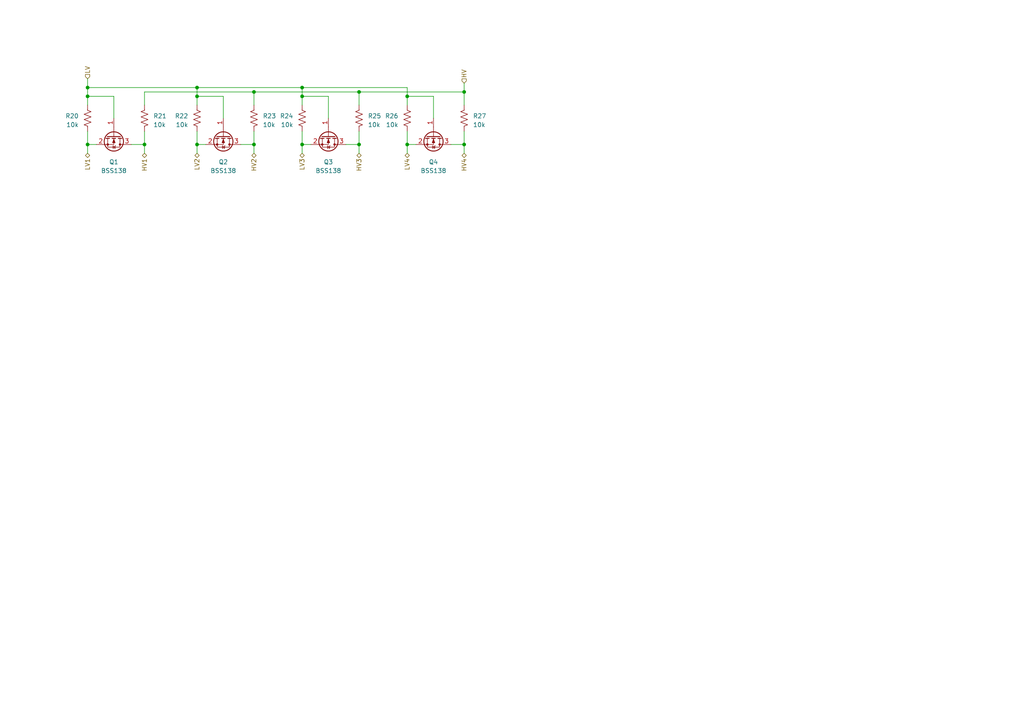
<source format=kicad_sch>
(kicad_sch (version 20230121) (generator eeschema)
  (paper "A4")
  (lib_symbols
    (symbol "Device:R_US" (pin_numbers hide) (pin_names (offset 0))
      (property "Reference" "R" (at 2.54 0 90))
      (property "Value" "R_US" (at -2.54 0 90))
      (symbol "R_US_0_1"
        (polyline (pts (xy 0 -2.286) (xy 0 -2.54)))
        (polyline (pts (xy 0 2.286) (xy 0 2.54)))
        (polyline (pts (xy 0 -0.762) (xy 1.016 -1.143) (xy 0 -1.524) (xy -1.016 -1.905) (xy 0 -2.286)))
        (polyline (pts (xy 0 0.762) (xy 1.016 0.381) (xy 0 0) (xy -1.016 -0.381) (xy 0 -0.762)))
        (polyline (pts (xy 0 2.286) (xy 1.016 1.905) (xy 0 1.524) (xy -1.016 1.143) (xy 0 0.762)))
      )
      (symbol "R_US_1_1"
        (pin passive line (at 0 3.81 270) (length 1.27) (name "~") (number "1"))
        (pin passive line (at 0 -3.81 90) (length 1.27) (name "~") (number "2"))
      )
    )
    (symbol "Transistor_FET:BSS138" (pin_names hide)
      (property "Reference" "Q" (at 5.08 1.905 0))
      (property "Value" "BSS138" (at 5.08 0 0))
      (symbol "BSS138_0_1"
        (polyline (pts (xy 0.254 0) (xy -2.54 0)))
        (polyline (pts (xy 0.254 1.905) (xy 0.254 -1.905)) (stroke (width 0.254)))
        (polyline (pts (xy 0.762 -1.27) (xy 0.762 -2.286)) (stroke (width 0.254)))
        (polyline (pts (xy 0.762 0.508) (xy 0.762 -0.508)) (stroke (width 0.254)))
        (polyline (pts (xy 0.762 2.286) (xy 0.762 1.27)) (stroke (width 0.254)))
        (polyline (pts (xy 2.54 2.54) (xy 2.54 1.778)))
        (polyline (pts (xy 2.54 -2.54) (xy 2.54 0) (xy 0.762 0)))
        (polyline (pts (xy 0.762 -1.778) (xy 3.302 -1.778) (xy 3.302 1.778) (xy 0.762 1.778)))
        (polyline (pts (xy 1.016 0) (xy 2.032 0.381) (xy 2.032 -0.381) (xy 1.016 0)) (fill (type outline)))
        (polyline (pts (xy 2.794 0.508) (xy 2.921 0.381) (xy 3.683 0.381) (xy 3.81 0.254)))
        (polyline (pts (xy 3.302 0.381) (xy 2.921 -0.254) (xy 3.683 -0.254) (xy 3.302 0.381)))
        (circle (center 1.651 0) (radius 2.794) (stroke (width 0.254)))
        (circle (center 2.54 -1.778) (radius 0.254) (fill (type outline)))
        (circle (center 2.54 1.778) (radius 0.254) (fill (type outline)))
      )
      (symbol "BSS138_1_1"
        (pin input line (at -5.08 0 0) (length 2.54) (name "G") (number "1"))
        (pin passive line (at 2.54 -5.08 90) (length 2.54) (name "S") (number "2"))
        (pin passive line (at 2.54 5.08 270) (length 2.54) (name "D") (number "3"))
      )
    )
  )
  (junction (at 25.4 41.91))
  (junction (at 118.11 27.94))
  (junction (at 57.15 41.91))
  (junction (at 57.15 25.4))
  (junction (at 25.4 27.94))
  (junction (at 41.91 41.91))
  (junction (at 134.62 26.67))
  (junction (at 104.14 26.67))
  (junction (at 118.11 41.91))
  (junction (at 104.14 41.91))
  (junction (at 25.4 25.4))
  (junction (at 57.15 27.94))
  (junction (at 87.63 25.4))
  (junction (at 73.66 41.91))
  (junction (at 73.66 26.67))
  (junction (at 87.63 41.91))
  (junction (at 87.63 27.94))
  (junction (at 134.62 41.91))
  (wire (pts (xy 87.63 25.4) (xy 118.11 25.4)))
  (wire (pts (xy 57.15 27.94) (xy 57.15 30.48)))
  (wire (pts (xy 87.63 41.91) (xy 87.63 44.45)))
  (wire (pts (xy 100.33 41.91) (xy 104.14 41.91)))
  (wire (pts (xy 41.91 26.67) (xy 41.91 30.48)))
  (wire (pts (xy 104.14 26.67) (xy 134.62 26.67)))
  (wire (pts (xy 134.62 26.67) (xy 134.62 30.48)))
  (wire (pts (xy 73.66 41.91) (xy 73.66 38.1)))
  (wire (pts (xy 25.4 27.94) (xy 25.4 30.48)))
  (wire (pts (xy 73.66 26.67) (xy 73.66 30.48)))
  (wire (pts (xy 118.11 25.4) (xy 118.11 27.94)))
  (wire (pts (xy 125.73 27.94) (xy 118.11 27.94)))
  (wire (pts (xy 57.15 41.91) (xy 57.15 38.1)))
  (wire (pts (xy 118.11 41.91) (xy 118.11 38.1)))
  (wire (pts (xy 118.11 41.91) (xy 118.11 44.45)))
  (wire (pts (xy 64.77 27.94) (xy 57.15 27.94)))
  (wire (pts (xy 33.02 34.29) (xy 33.02 27.94)))
  (wire (pts (xy 134.62 24.13) (xy 134.62 26.67)))
  (wire (pts (xy 90.17 41.91) (xy 87.63 41.91)))
  (wire (pts (xy 57.15 25.4) (xy 87.63 25.4)))
  (wire (pts (xy 87.63 25.4) (xy 87.63 27.94)))
  (wire (pts (xy 25.4 22.86) (xy 25.4 25.4)))
  (wire (pts (xy 130.81 41.91) (xy 134.62 41.91)))
  (wire (pts (xy 33.02 27.94) (xy 25.4 27.94)))
  (wire (pts (xy 104.14 41.91) (xy 104.14 44.45)))
  (wire (pts (xy 104.14 26.67) (xy 104.14 30.48)))
  (wire (pts (xy 73.66 26.67) (xy 104.14 26.67)))
  (wire (pts (xy 57.15 41.91) (xy 57.15 44.45)))
  (wire (pts (xy 120.65 41.91) (xy 118.11 41.91)))
  (wire (pts (xy 134.62 41.91) (xy 134.62 38.1)))
  (wire (pts (xy 25.4 41.91) (xy 25.4 44.45)))
  (wire (pts (xy 125.73 34.29) (xy 125.73 27.94)))
  (wire (pts (xy 27.94 41.91) (xy 25.4 41.91)))
  (wire (pts (xy 87.63 41.91) (xy 87.63 38.1)))
  (wire (pts (xy 134.62 41.91) (xy 134.62 44.45)))
  (wire (pts (xy 38.1 41.91) (xy 41.91 41.91)))
  (wire (pts (xy 41.91 26.67) (xy 73.66 26.67)))
  (wire (pts (xy 95.25 34.29) (xy 95.25 27.94)))
  (wire (pts (xy 41.91 41.91) (xy 41.91 44.45)))
  (wire (pts (xy 25.4 41.91) (xy 25.4 38.1)))
  (wire (pts (xy 95.25 27.94) (xy 87.63 27.94)))
  (wire (pts (xy 57.15 25.4) (xy 57.15 27.94)))
  (wire (pts (xy 25.4 25.4) (xy 25.4 27.94)))
  (wire (pts (xy 73.66 41.91) (xy 73.66 44.45)))
  (wire (pts (xy 104.14 41.91) (xy 104.14 38.1)))
  (wire (pts (xy 87.63 27.94) (xy 87.63 30.48)))
  (wire (pts (xy 64.77 34.29) (xy 64.77 27.94)))
  (wire (pts (xy 41.91 41.91) (xy 41.91 38.1)))
  (wire (pts (xy 25.4 25.4) (xy 57.15 25.4)))
  (wire (pts (xy 59.69 41.91) (xy 57.15 41.91)))
  (wire (pts (xy 69.85 41.91) (xy 73.66 41.91)))
  (wire (pts (xy 118.11 27.94) (xy 118.11 30.48)))
  (hierarchical_label "HV2" (shape tri_state) (at 73.66 44.45 270))
  (hierarchical_label "HV4" (shape tri_state) (at 134.62 44.45 270))
  (hierarchical_label "LV4" (shape tri_state) (at 118.11 44.45 270))
  (hierarchical_label "LV" (shape input) (at 25.4 22.86 90))
  (hierarchical_label "LV1" (shape tri_state) (at 25.4 44.45 270))
  (hierarchical_label "HV" (shape input) (at 134.62 24.13 90))
  (hierarchical_label "LV3" (shape tri_state) (at 87.63 44.45 270))
  (hierarchical_label "HV1" (shape tri_state) (at 41.91 44.45 270))
  (hierarchical_label "HV3" (shape tri_state) (at 104.14 44.45 270))
  (hierarchical_label "LV2" (shape tri_state) (at 57.15 44.45 270))
  (symbol (lib_id "Device:R_US") (at 104.14 34.29 0) (mirror y) (unit 1)
    (property "Reference" "R25" (at 106.68 33.655 0) (effects (justify right)))
    (property "Value" "10k" (at 106.68 36.195 0) (effects (justify right)))
  )
  (symbol (lib_id "Device:R_US") (at 87.63 34.29 0) (unit 1)
    (property "Reference" "R24" (at 85.09 33.655 0) (effects (justify right)))
    (property "Value" "10k" (at 85.09 36.195 0) (effects (justify right)))
  )
  (symbol (lib_id "Device:R_US") (at 118.11 34.29 0) (unit 1)
    (property "Reference" "R26" (at 115.57 33.655 0) (effects (justify right)))
    (property "Value" "10k" (at 115.57 36.195 0) (effects (justify right)))
  )
  (symbol (lib_id "Device:R_US") (at 25.4 34.29 0) (unit 1)
    (property "Reference" "R20" (at 22.86 33.655 0) (effects (justify right)))
    (property "Value" "10k" (at 22.86 36.195 0) (effects (justify right)))
  )
  (symbol (lib_id "Transistor_FET:BSS138") (at 64.77 39.37 270) (unit 1)
    (property "Reference" "Q2" (at 64.77 46.99 90))
    (property "Value" "BSS138" (at 64.77 49.53 90))
    (property "Footprint" "Package_TO_SOT_SMD:SOT-23" (effects hide))
    (property "Datasheet" "https://www.onsemi.com/pub/Collateral/BSS138-D.PDF" (effects hide))
  )
  (symbol (lib_id "Device:R_US") (at 134.62 34.29 0) (mirror y) (unit 1)
    (property "Reference" "R27" (at 137.16 33.655 0) (effects (justify right)))
    (property "Value" "10k" (at 137.16 36.195 0) (effects (justify right)))
  )
  (symbol (lib_id "Transistor_FET:BSS138") (at 95.25 39.37 270) (unit 1)
    (property "Reference" "Q3" (at 95.25 46.99 90))
    (property "Value" "BSS138" (at 95.25 49.53 90))
    (property "Footprint" "Package_TO_SOT_SMD:SOT-23" (effects hide))
    (property "Datasheet" "https://www.onsemi.com/pub/Collateral/BSS138-D.PDF" (effects hide))
  )
  (symbol (lib_id "Device:R_US") (at 73.66 34.29 0) (mirror y) (unit 1)
    (property "Reference" "R23" (at 76.2 33.655 0) (effects (justify right)))
    (property "Value" "10k" (at 76.2 36.195 0) (effects (justify right)))
  )
  (symbol (lib_id "Transistor_FET:BSS138") (at 125.73 39.37 270) (unit 1)
    (property "Reference" "Q4" (at 125.73 46.99 90))
    (property "Value" "BSS138" (at 125.73 49.53 90))
    (property "Footprint" "Package_TO_SOT_SMD:SOT-23" (effects hide))
    (property "Datasheet" "https://www.onsemi.com/pub/Collateral/BSS138-D.PDF" (effects hide))
  )
  (symbol (lib_id "Transistor_FET:BSS138") (at 33.02 39.37 270) (unit 1)
    (property "Reference" "Q1" (at 33.02 46.99 90))
    (property "Value" "BSS138" (at 33.02 49.53 90))
    (property "Footprint" "Package_TO_SOT_SMD:SOT-23" (effects hide))
    (property "Datasheet" "https://www.onsemi.com/pub/Collateral/BSS138-D.PDF" (effects hide))
  )
  (symbol (lib_id "Device:R_US") (at 41.91 34.29 0) (mirror y) (unit 1)
    (property "Reference" "R21" (at 44.45 33.655 0) (effects (justify right)))
    (property "Value" "10k" (at 44.45 36.195 0) (effects (justify right)))
  )
  (symbol (lib_id "Device:R_US") (at 57.15 34.29 0) (unit 1)
    (property "Reference" "R22" (at 54.61 33.655 0) (effects (justify right)))
    (property "Value" "10k" (at 54.61 36.195 0) (effects (justify right)))
  )
)
</source>
